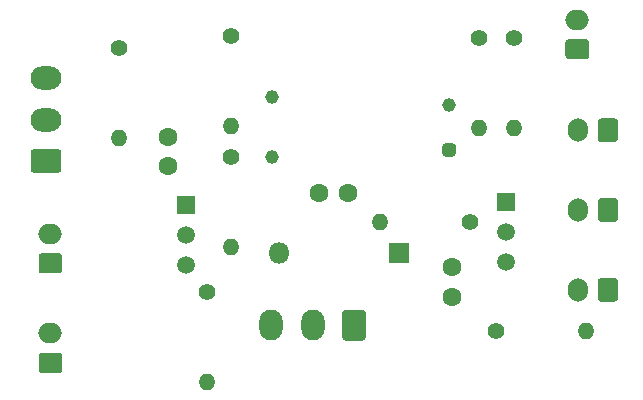
<source format=gbr>
%TF.GenerationSoftware,KiCad,Pcbnew,5.1.12*%
%TF.CreationDate,2021-12-29T22:49:18+01:00*%
%TF.ProjectId,AGC,4147432e-6b69-4636-9164-5f7063625858,rev?*%
%TF.SameCoordinates,Original*%
%TF.FileFunction,Copper,L1,Top*%
%TF.FilePolarity,Positive*%
%FSLAX46Y46*%
G04 Gerber Fmt 4.6, Leading zero omitted, Abs format (unit mm)*
G04 Created by KiCad (PCBNEW 5.1.12) date 2021-12-29 22:49:18*
%MOMM*%
%LPD*%
G01*
G04 APERTURE LIST*
%TA.AperFunction,ComponentPad*%
%ADD10O,1.700000X2.000000*%
%TD*%
%TA.AperFunction,ComponentPad*%
%ADD11O,2.000000X1.700000*%
%TD*%
%TA.AperFunction,ComponentPad*%
%ADD12C,1.500000*%
%TD*%
%TA.AperFunction,ComponentPad*%
%ADD13R,1.500000X1.500000*%
%TD*%
%TA.AperFunction,ComponentPad*%
%ADD14O,2.000000X2.600000*%
%TD*%
%TA.AperFunction,ComponentPad*%
%ADD15C,1.600000*%
%TD*%
%TA.AperFunction,ComponentPad*%
%ADD16R,1.800000X1.800000*%
%TD*%
%TA.AperFunction,ComponentPad*%
%ADD17O,1.800000X1.800000*%
%TD*%
%TA.AperFunction,ComponentPad*%
%ADD18C,1.400000*%
%TD*%
%TA.AperFunction,ComponentPad*%
%ADD19O,1.400000X1.400000*%
%TD*%
%TA.AperFunction,ComponentPad*%
%ADD20O,2.600000X2.000000*%
%TD*%
%TA.AperFunction,ComponentPad*%
%ADD21C,1.150000*%
%TD*%
G04 APERTURE END LIST*
D10*
%TO.P,J5,2*%
%TO.N,Net-(J3-Pad1)*%
X142443200Y-107086400D03*
%TO.P,J5,1*%
%TO.N,GND*%
%TA.AperFunction,ComponentPad*%
G36*
G01*
X145793200Y-106336400D02*
X145793200Y-107836400D01*
G75*
G02*
X145543200Y-108086400I-250000J0D01*
G01*
X144343200Y-108086400D01*
G75*
G02*
X144093200Y-107836400I0J250000D01*
G01*
X144093200Y-106336400D01*
G75*
G02*
X144343200Y-106086400I250000J0D01*
G01*
X145543200Y-106086400D01*
G75*
G02*
X145793200Y-106336400I0J-250000D01*
G01*
G37*
%TD.AperFunction*%
%TD*%
%TO.P,J4,2*%
%TO.N,Net-(J3-Pad1)*%
X142432400Y-100330000D03*
%TO.P,J4,1*%
%TO.N,GND*%
%TA.AperFunction,ComponentPad*%
G36*
G01*
X145782400Y-99580000D02*
X145782400Y-101080000D01*
G75*
G02*
X145532400Y-101330000I-250000J0D01*
G01*
X144332400Y-101330000D01*
G75*
G02*
X144082400Y-101080000I0J250000D01*
G01*
X144082400Y-99580000D01*
G75*
G02*
X144332400Y-99330000I250000J0D01*
G01*
X145532400Y-99330000D01*
G75*
G02*
X145782400Y-99580000I0J-250000D01*
G01*
G37*
%TD.AperFunction*%
%TD*%
%TO.P,J6,2*%
%TO.N,Net-(J6-Pad2)*%
X142432400Y-113842800D03*
%TO.P,J6,1*%
%TO.N,GND*%
%TA.AperFunction,ComponentPad*%
G36*
G01*
X145782400Y-113092800D02*
X145782400Y-114592800D01*
G75*
G02*
X145532400Y-114842800I-250000J0D01*
G01*
X144332400Y-114842800D01*
G75*
G02*
X144082400Y-114592800I0J250000D01*
G01*
X144082400Y-113092800D01*
G75*
G02*
X144332400Y-112842800I250000J0D01*
G01*
X145532400Y-112842800D01*
G75*
G02*
X145782400Y-113092800I0J-250000D01*
G01*
G37*
%TD.AperFunction*%
%TD*%
D11*
%TO.P,J3,2*%
%TO.N,Net-(J3-Pad2)*%
X142341600Y-90972000D03*
%TO.P,J3,1*%
%TO.N,Net-(J3-Pad1)*%
%TA.AperFunction,ComponentPad*%
G36*
G01*
X143091600Y-94322000D02*
X141591600Y-94322000D01*
G75*
G02*
X141341600Y-94072000I0J250000D01*
G01*
X141341600Y-92872000D01*
G75*
G02*
X141591600Y-92622000I250000J0D01*
G01*
X143091600Y-92622000D01*
G75*
G02*
X143341600Y-92872000I0J-250000D01*
G01*
X143341600Y-94072000D01*
G75*
G02*
X143091600Y-94322000I-250000J0D01*
G01*
G37*
%TD.AperFunction*%
%TD*%
%TO.P,J2,2*%
%TO.N,GND*%
X97739200Y-117540400D03*
%TO.P,J2,1*%
%TO.N,Net-(C1-Pad2)*%
%TA.AperFunction,ComponentPad*%
G36*
G01*
X98489200Y-120890400D02*
X96989200Y-120890400D01*
G75*
G02*
X96739200Y-120640400I0J250000D01*
G01*
X96739200Y-119440400D01*
G75*
G02*
X96989200Y-119190400I250000J0D01*
G01*
X98489200Y-119190400D01*
G75*
G02*
X98739200Y-119440400I0J-250000D01*
G01*
X98739200Y-120640400D01*
G75*
G02*
X98489200Y-120890400I-250000J0D01*
G01*
G37*
%TD.AperFunction*%
%TD*%
%TO.P,J1,2*%
%TO.N,Net-(J1-Pad2)*%
X97739200Y-109107600D03*
%TO.P,J1,1*%
%TO.N,GND*%
%TA.AperFunction,ComponentPad*%
G36*
G01*
X98489200Y-112457600D02*
X96989200Y-112457600D01*
G75*
G02*
X96739200Y-112207600I0J250000D01*
G01*
X96739200Y-111007600D01*
G75*
G02*
X96989200Y-110757600I250000J0D01*
G01*
X98489200Y-110757600D01*
G75*
G02*
X98739200Y-111007600I0J-250000D01*
G01*
X98739200Y-112207600D01*
G75*
G02*
X98489200Y-112457600I-250000J0D01*
G01*
G37*
%TD.AperFunction*%
%TD*%
D12*
%TO.P,Q1,2*%
%TO.N,Net-(C1-Pad1)*%
X109220000Y-109220000D03*
%TO.P,Q1,3*%
%TO.N,Net-(Q1-Pad3)*%
X109220000Y-111760000D03*
D13*
%TO.P,Q1,1*%
%TO.N,Net-(C2-Pad2)*%
X109220000Y-106680000D03*
%TD*%
%TO.P,RV2,1*%
%TO.N,Net-(C2-Pad1)*%
%TA.AperFunction,ComponentPad*%
G36*
G01*
X124444000Y-115790000D02*
X124444000Y-117890000D01*
G75*
G02*
X124194000Y-118140000I-250000J0D01*
G01*
X122694000Y-118140000D01*
G75*
G02*
X122444000Y-117890000I0J250000D01*
G01*
X122444000Y-115790000D01*
G75*
G02*
X122694000Y-115540000I250000J0D01*
G01*
X124194000Y-115540000D01*
G75*
G02*
X124444000Y-115790000I0J-250000D01*
G01*
G37*
%TD.AperFunction*%
D14*
%TO.P,RV2,2*%
%TO.N,Net-(D1-Pad2)*%
X119944000Y-116840000D03*
%TO.P,RV2,3*%
%TO.N,GND*%
X116444000Y-116840000D03*
%TD*%
D15*
%TO.P,C3,2*%
%TO.N,Net-(C3-Pad2)*%
X131699000Y-111927000D03*
%TO.P,C3,1*%
%TO.N,Net-(C3-Pad1)*%
X131699000Y-114427000D03*
%TD*%
%TO.P,C2,2*%
%TO.N,Net-(C2-Pad2)*%
X120436000Y-105664000D03*
%TO.P,C2,1*%
%TO.N,Net-(C2-Pad1)*%
X122936000Y-105664000D03*
%TD*%
%TO.P,C1,2*%
%TO.N,Net-(C1-Pad2)*%
X107696000Y-100878000D03*
%TO.P,C1,1*%
%TO.N,Net-(C1-Pad1)*%
X107696000Y-103378000D03*
%TD*%
D16*
%TO.P,D1,1*%
%TO.N,Net-(C3-Pad2)*%
X127254000Y-110744000D03*
D17*
%TO.P,D1,2*%
%TO.N,Net-(D1-Pad2)*%
X117094000Y-110744000D03*
%TD*%
D18*
%TO.P,R1,1*%
%TO.N,Net-(R1-Pad1)*%
X103505000Y-93345000D03*
D19*
%TO.P,R1,2*%
%TO.N,Net-(C1-Pad2)*%
X103505000Y-100965000D03*
%TD*%
D18*
%TO.P,R2,1*%
%TO.N,Net-(C2-Pad2)*%
X113030000Y-102616000D03*
D19*
%TO.P,R2,2*%
%TO.N,Net-(C1-Pad1)*%
X113030000Y-110236000D03*
%TD*%
D18*
%TO.P,R3,1*%
%TO.N,Net-(J3-Pad2)*%
X113000000Y-92380000D03*
D19*
%TO.P,R3,2*%
%TO.N,Net-(C2-Pad2)*%
X113000000Y-100000000D03*
%TD*%
%TO.P,R4,2*%
%TO.N,GND*%
X110998000Y-121666000D03*
D18*
%TO.P,R4,1*%
%TO.N,Net-(Q1-Pad3)*%
X110998000Y-114046000D03*
%TD*%
D19*
%TO.P,R5,2*%
%TO.N,Net-(C3-Pad2)*%
X125603000Y-108077000D03*
D18*
%TO.P,R5,1*%
%TO.N,Net-(Q2-Pad2)*%
X133223000Y-108077000D03*
%TD*%
D19*
%TO.P,R6,2*%
%TO.N,Net-(R6-Pad2)*%
X134000000Y-100120000D03*
D18*
%TO.P,R6,1*%
%TO.N,Net-(J3-Pad2)*%
X134000000Y-92500000D03*
%TD*%
%TO.P,R7,1*%
%TO.N,Net-(C3-Pad1)*%
X135432800Y-117348000D03*
D19*
%TO.P,R7,2*%
%TO.N,GND*%
X143052800Y-117348000D03*
%TD*%
%TO.P,R8,2*%
%TO.N,Net-(J6-Pad2)*%
X137000000Y-100120000D03*
D18*
%TO.P,R8,1*%
%TO.N,Net-(J3-Pad2)*%
X137000000Y-92500000D03*
%TD*%
D20*
%TO.P,RV1,3*%
%TO.N,Net-(R1-Pad1)*%
X97366000Y-95945000D03*
%TO.P,RV1,2*%
%TO.N,Net-(J1-Pad2)*%
X97366000Y-99445000D03*
%TO.P,RV1,1*%
%TO.N,GND*%
%TA.AperFunction,ComponentPad*%
G36*
G01*
X98416000Y-103945000D02*
X96316000Y-103945000D01*
G75*
G02*
X96066000Y-103695000I0J250000D01*
G01*
X96066000Y-102195000D01*
G75*
G02*
X96316000Y-101945000I250000J0D01*
G01*
X98416000Y-101945000D01*
G75*
G02*
X98666000Y-102195000I0J-250000D01*
G01*
X98666000Y-103695000D01*
G75*
G02*
X98416000Y-103945000I-250000J0D01*
G01*
G37*
%TD.AperFunction*%
%TD*%
%TO.P,U1,1*%
%TO.N,Net-(Q2-Pad1)*%
%TA.AperFunction,ComponentPad*%
G36*
G01*
X132075000Y-101712500D02*
X132075000Y-102287500D01*
G75*
G02*
X131787500Y-102575000I-287500J0D01*
G01*
X131212500Y-102575000D01*
G75*
G02*
X130925000Y-102287500I0J287500D01*
G01*
X130925000Y-101712500D01*
G75*
G02*
X131212500Y-101425000I287500J0D01*
G01*
X131787500Y-101425000D01*
G75*
G02*
X132075000Y-101712500I0J-287500D01*
G01*
G37*
%TD.AperFunction*%
D21*
%TO.P,U1,3*%
%TO.N,GND*%
X116500000Y-102640000D03*
%TO.P,U1,4*%
%TO.N,Net-(R1-Pad1)*%
X116500000Y-97560000D03*
%TO.P,U1,2*%
%TO.N,Net-(R6-Pad2)*%
X131500000Y-98200000D03*
%TD*%
D13*
%TO.P,Q2,1*%
%TO.N,Net-(Q2-Pad1)*%
X136310000Y-106381000D03*
D12*
%TO.P,Q2,3*%
%TO.N,Net-(C3-Pad1)*%
X136310000Y-111461000D03*
%TO.P,Q2,2*%
%TO.N,Net-(Q2-Pad2)*%
X136310000Y-108921000D03*
%TD*%
M02*

</source>
